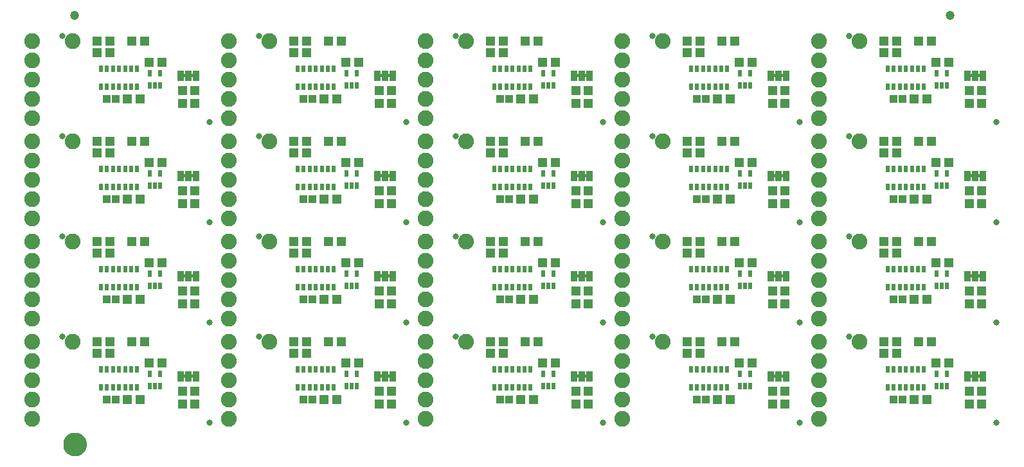
<source format=gbs>
G75*
%MOIN*%
%OFA0B0*%
%FSLAX25Y25*%
%IPPOS*%
%LPD*%
%AMOC8*
5,1,8,0,0,1.08239X$1,22.5*
%
%ADD10R,0.02375X0.03753*%
%ADD11R,0.02178X0.03753*%
%ADD12R,0.05131X0.04737*%
%ADD13R,0.04146X0.04343*%
%ADD14C,0.08200*%
%ADD15R,0.04737X0.05131*%
%ADD16R,0.03300X0.05800*%
%ADD17C,0.00500*%
%ADD18C,0.03300*%
%ADD19C,0.04737*%
%ADD20C,0.05000*%
%ADD21C,0.06706*%
D10*
X0094791Y0050502D03*
X0097350Y0050502D03*
X0099909Y0050502D03*
X0099909Y0056998D03*
X0094791Y0056998D03*
X0094791Y0102502D03*
X0097350Y0102502D03*
X0099909Y0102502D03*
X0099909Y0108998D03*
X0094791Y0108998D03*
X0094791Y0154502D03*
X0097350Y0154502D03*
X0099909Y0154502D03*
X0099909Y0160998D03*
X0094791Y0160998D03*
X0094791Y0206502D03*
X0097350Y0206502D03*
X0099909Y0206502D03*
X0099909Y0212998D03*
X0094791Y0212998D03*
X0196791Y0212998D03*
X0201909Y0212998D03*
X0201909Y0206502D03*
X0199350Y0206502D03*
X0196791Y0206502D03*
X0196791Y0160998D03*
X0201909Y0160998D03*
X0201909Y0154502D03*
X0199350Y0154502D03*
X0196791Y0154502D03*
X0196791Y0108998D03*
X0201909Y0108998D03*
X0201909Y0102502D03*
X0199350Y0102502D03*
X0196791Y0102502D03*
X0196791Y0056998D03*
X0201909Y0056998D03*
X0201909Y0050502D03*
X0199350Y0050502D03*
X0196791Y0050502D03*
X0298791Y0050502D03*
X0301350Y0050502D03*
X0303909Y0050502D03*
X0303909Y0056998D03*
X0298791Y0056998D03*
X0298791Y0102502D03*
X0301350Y0102502D03*
X0303909Y0102502D03*
X0303909Y0108998D03*
X0298791Y0108998D03*
X0298791Y0154502D03*
X0301350Y0154502D03*
X0303909Y0154502D03*
X0303909Y0160998D03*
X0298791Y0160998D03*
X0298791Y0206502D03*
X0301350Y0206502D03*
X0303909Y0206502D03*
X0303909Y0212998D03*
X0298791Y0212998D03*
X0400791Y0212998D03*
X0405909Y0212998D03*
X0405909Y0206502D03*
X0403350Y0206502D03*
X0400791Y0206502D03*
X0400791Y0160998D03*
X0405909Y0160998D03*
X0405909Y0154502D03*
X0403350Y0154502D03*
X0400791Y0154502D03*
X0400791Y0108998D03*
X0405909Y0108998D03*
X0405909Y0102502D03*
X0403350Y0102502D03*
X0400791Y0102502D03*
X0400791Y0056998D03*
X0405909Y0056998D03*
X0405909Y0050502D03*
X0403350Y0050502D03*
X0400791Y0050502D03*
X0502791Y0050502D03*
X0505350Y0050502D03*
X0507909Y0050502D03*
X0507909Y0056998D03*
X0502791Y0056998D03*
X0502791Y0102502D03*
X0505350Y0102502D03*
X0507909Y0102502D03*
X0507909Y0108998D03*
X0502791Y0108998D03*
X0502791Y0154502D03*
X0505350Y0154502D03*
X0507909Y0154502D03*
X0507909Y0160998D03*
X0502791Y0160998D03*
X0502791Y0206502D03*
X0505350Y0206502D03*
X0507909Y0206502D03*
X0507909Y0212998D03*
X0502791Y0212998D03*
D11*
X0496164Y0215445D03*
X0493015Y0215445D03*
X0489865Y0215445D03*
X0486715Y0215445D03*
X0483566Y0215445D03*
X0480416Y0215445D03*
X0477266Y0215445D03*
X0477266Y0205996D03*
X0480416Y0205996D03*
X0483566Y0205996D03*
X0486715Y0205996D03*
X0489865Y0205996D03*
X0493015Y0205996D03*
X0496164Y0205996D03*
X0496164Y0163445D03*
X0493015Y0163445D03*
X0489865Y0163445D03*
X0486715Y0163445D03*
X0483566Y0163445D03*
X0480416Y0163445D03*
X0477266Y0163445D03*
X0477266Y0153996D03*
X0480416Y0153996D03*
X0483566Y0153996D03*
X0486715Y0153996D03*
X0489865Y0153996D03*
X0493015Y0153996D03*
X0496164Y0153996D03*
X0496164Y0111445D03*
X0493015Y0111445D03*
X0489865Y0111445D03*
X0486715Y0111445D03*
X0483566Y0111445D03*
X0480416Y0111445D03*
X0477266Y0111445D03*
X0477266Y0101996D03*
X0480416Y0101996D03*
X0483566Y0101996D03*
X0486715Y0101996D03*
X0489865Y0101996D03*
X0493015Y0101996D03*
X0496164Y0101996D03*
X0496164Y0059445D03*
X0493015Y0059445D03*
X0489865Y0059445D03*
X0486715Y0059445D03*
X0483566Y0059445D03*
X0480416Y0059445D03*
X0477266Y0059445D03*
X0477266Y0049996D03*
X0480416Y0049996D03*
X0483566Y0049996D03*
X0486715Y0049996D03*
X0489865Y0049996D03*
X0493015Y0049996D03*
X0496164Y0049996D03*
X0394164Y0049996D03*
X0391015Y0049996D03*
X0387865Y0049996D03*
X0384715Y0049996D03*
X0381566Y0049996D03*
X0378416Y0049996D03*
X0375266Y0049996D03*
X0375266Y0059445D03*
X0378416Y0059445D03*
X0381566Y0059445D03*
X0384715Y0059445D03*
X0387865Y0059445D03*
X0391015Y0059445D03*
X0394164Y0059445D03*
X0394164Y0101996D03*
X0391015Y0101996D03*
X0387865Y0101996D03*
X0384715Y0101996D03*
X0381566Y0101996D03*
X0378416Y0101996D03*
X0375266Y0101996D03*
X0375266Y0111445D03*
X0378416Y0111445D03*
X0381566Y0111445D03*
X0384715Y0111445D03*
X0387865Y0111445D03*
X0391015Y0111445D03*
X0394164Y0111445D03*
X0394164Y0153996D03*
X0391015Y0153996D03*
X0387865Y0153996D03*
X0384715Y0153996D03*
X0381566Y0153996D03*
X0378416Y0153996D03*
X0375266Y0153996D03*
X0375266Y0163445D03*
X0378416Y0163445D03*
X0381566Y0163445D03*
X0384715Y0163445D03*
X0387865Y0163445D03*
X0391015Y0163445D03*
X0394164Y0163445D03*
X0394164Y0205996D03*
X0391015Y0205996D03*
X0387865Y0205996D03*
X0384715Y0205996D03*
X0381566Y0205996D03*
X0378416Y0205996D03*
X0375266Y0205996D03*
X0375266Y0215445D03*
X0378416Y0215445D03*
X0381566Y0215445D03*
X0384715Y0215445D03*
X0387865Y0215445D03*
X0391015Y0215445D03*
X0394164Y0215445D03*
X0292164Y0215445D03*
X0289015Y0215445D03*
X0285865Y0215445D03*
X0282715Y0215445D03*
X0279566Y0215445D03*
X0276416Y0215445D03*
X0273266Y0215445D03*
X0273266Y0205996D03*
X0276416Y0205996D03*
X0279566Y0205996D03*
X0282715Y0205996D03*
X0285865Y0205996D03*
X0289015Y0205996D03*
X0292164Y0205996D03*
X0292164Y0163445D03*
X0289015Y0163445D03*
X0285865Y0163445D03*
X0282715Y0163445D03*
X0279566Y0163445D03*
X0276416Y0163445D03*
X0273266Y0163445D03*
X0273266Y0153996D03*
X0276416Y0153996D03*
X0279566Y0153996D03*
X0282715Y0153996D03*
X0285865Y0153996D03*
X0289015Y0153996D03*
X0292164Y0153996D03*
X0292164Y0111445D03*
X0289015Y0111445D03*
X0285865Y0111445D03*
X0282715Y0111445D03*
X0279566Y0111445D03*
X0276416Y0111445D03*
X0273266Y0111445D03*
X0273266Y0101996D03*
X0276416Y0101996D03*
X0279566Y0101996D03*
X0282715Y0101996D03*
X0285865Y0101996D03*
X0289015Y0101996D03*
X0292164Y0101996D03*
X0292164Y0059445D03*
X0289015Y0059445D03*
X0285865Y0059445D03*
X0282715Y0059445D03*
X0279566Y0059445D03*
X0276416Y0059445D03*
X0273266Y0059445D03*
X0273266Y0049996D03*
X0276416Y0049996D03*
X0279566Y0049996D03*
X0282715Y0049996D03*
X0285865Y0049996D03*
X0289015Y0049996D03*
X0292164Y0049996D03*
X0190164Y0049996D03*
X0187015Y0049996D03*
X0183865Y0049996D03*
X0180715Y0049996D03*
X0177566Y0049996D03*
X0174416Y0049996D03*
X0171266Y0049996D03*
X0171266Y0059445D03*
X0174416Y0059445D03*
X0177566Y0059445D03*
X0180715Y0059445D03*
X0183865Y0059445D03*
X0187015Y0059445D03*
X0190164Y0059445D03*
X0190164Y0101996D03*
X0187015Y0101996D03*
X0183865Y0101996D03*
X0180715Y0101996D03*
X0177566Y0101996D03*
X0174416Y0101996D03*
X0171266Y0101996D03*
X0171266Y0111445D03*
X0174416Y0111445D03*
X0177566Y0111445D03*
X0180715Y0111445D03*
X0183865Y0111445D03*
X0187015Y0111445D03*
X0190164Y0111445D03*
X0190164Y0153996D03*
X0187015Y0153996D03*
X0183865Y0153996D03*
X0180715Y0153996D03*
X0177566Y0153996D03*
X0174416Y0153996D03*
X0171266Y0153996D03*
X0171266Y0163445D03*
X0174416Y0163445D03*
X0177566Y0163445D03*
X0180715Y0163445D03*
X0183865Y0163445D03*
X0187015Y0163445D03*
X0190164Y0163445D03*
X0190164Y0205996D03*
X0187015Y0205996D03*
X0183865Y0205996D03*
X0180715Y0205996D03*
X0177566Y0205996D03*
X0174416Y0205996D03*
X0171266Y0205996D03*
X0171266Y0215445D03*
X0174416Y0215445D03*
X0177566Y0215445D03*
X0180715Y0215445D03*
X0183865Y0215445D03*
X0187015Y0215445D03*
X0190164Y0215445D03*
X0088164Y0215445D03*
X0085015Y0215445D03*
X0081865Y0215445D03*
X0078715Y0215445D03*
X0075566Y0215445D03*
X0072416Y0215445D03*
X0069266Y0215445D03*
X0069266Y0205996D03*
X0072416Y0205996D03*
X0075566Y0205996D03*
X0078715Y0205996D03*
X0081865Y0205996D03*
X0085015Y0205996D03*
X0088164Y0205996D03*
X0088164Y0163445D03*
X0085015Y0163445D03*
X0081865Y0163445D03*
X0078715Y0163445D03*
X0075566Y0163445D03*
X0072416Y0163445D03*
X0069266Y0163445D03*
X0069266Y0153996D03*
X0072416Y0153996D03*
X0075566Y0153996D03*
X0078715Y0153996D03*
X0081865Y0153996D03*
X0085015Y0153996D03*
X0088164Y0153996D03*
X0088164Y0111445D03*
X0085015Y0111445D03*
X0081865Y0111445D03*
X0078715Y0111445D03*
X0075566Y0111445D03*
X0072416Y0111445D03*
X0069266Y0111445D03*
X0069266Y0101996D03*
X0072416Y0101996D03*
X0075566Y0101996D03*
X0078715Y0101996D03*
X0081865Y0101996D03*
X0085015Y0101996D03*
X0088164Y0101996D03*
X0088164Y0059445D03*
X0085015Y0059445D03*
X0081865Y0059445D03*
X0078715Y0059445D03*
X0075566Y0059445D03*
X0072416Y0059445D03*
X0069266Y0059445D03*
X0069266Y0049996D03*
X0072416Y0049996D03*
X0075566Y0049996D03*
X0078715Y0049996D03*
X0081865Y0049996D03*
X0085015Y0049996D03*
X0088164Y0049996D03*
D12*
X0089666Y0043560D03*
X0082974Y0043560D03*
X0094404Y0062750D03*
X0101096Y0062750D03*
X0092096Y0073750D03*
X0085404Y0073750D03*
X0074096Y0073750D03*
X0067404Y0073750D03*
X0067404Y0067750D03*
X0074096Y0067750D03*
X0082974Y0095560D03*
X0089666Y0095560D03*
X0094404Y0114750D03*
X0101096Y0114750D03*
X0092096Y0125750D03*
X0085404Y0125750D03*
X0074096Y0125750D03*
X0067404Y0125750D03*
X0067404Y0119750D03*
X0074096Y0119750D03*
X0082974Y0147560D03*
X0089666Y0147560D03*
X0094404Y0166750D03*
X0101096Y0166750D03*
X0092096Y0177750D03*
X0085404Y0177750D03*
X0074096Y0177750D03*
X0067404Y0177750D03*
X0067404Y0171750D03*
X0074096Y0171750D03*
X0082974Y0199560D03*
X0089666Y0199560D03*
X0094404Y0218750D03*
X0101096Y0218750D03*
X0092096Y0229750D03*
X0085404Y0229750D03*
X0074096Y0229750D03*
X0067404Y0229750D03*
X0067404Y0223750D03*
X0074096Y0223750D03*
X0169404Y0223750D03*
X0176096Y0223750D03*
X0176096Y0229750D03*
X0169404Y0229750D03*
X0187404Y0229750D03*
X0194096Y0229750D03*
X0196404Y0218750D03*
X0203096Y0218750D03*
X0191666Y0199560D03*
X0184974Y0199560D03*
X0187404Y0177750D03*
X0194096Y0177750D03*
X0176096Y0177750D03*
X0169404Y0177750D03*
X0169404Y0171750D03*
X0176096Y0171750D03*
X0196404Y0166750D03*
X0203096Y0166750D03*
X0191666Y0147560D03*
X0184974Y0147560D03*
X0187404Y0125750D03*
X0194096Y0125750D03*
X0176096Y0125750D03*
X0169404Y0125750D03*
X0169404Y0119750D03*
X0176096Y0119750D03*
X0196404Y0114750D03*
X0203096Y0114750D03*
X0191666Y0095560D03*
X0184974Y0095560D03*
X0187404Y0073750D03*
X0194096Y0073750D03*
X0176096Y0073750D03*
X0169404Y0073750D03*
X0169404Y0067750D03*
X0176096Y0067750D03*
X0196404Y0062750D03*
X0203096Y0062750D03*
X0191666Y0043560D03*
X0184974Y0043560D03*
X0271404Y0067750D03*
X0278096Y0067750D03*
X0278096Y0073750D03*
X0271404Y0073750D03*
X0289404Y0073750D03*
X0296096Y0073750D03*
X0298404Y0062750D03*
X0305096Y0062750D03*
X0293666Y0043560D03*
X0286974Y0043560D03*
X0373404Y0067750D03*
X0380096Y0067750D03*
X0380096Y0073750D03*
X0373404Y0073750D03*
X0391404Y0073750D03*
X0398096Y0073750D03*
X0400404Y0062750D03*
X0407096Y0062750D03*
X0395666Y0043560D03*
X0388974Y0043560D03*
X0475404Y0067750D03*
X0482096Y0067750D03*
X0482096Y0073750D03*
X0475404Y0073750D03*
X0493404Y0073750D03*
X0500096Y0073750D03*
X0502404Y0062750D03*
X0509096Y0062750D03*
X0497666Y0043560D03*
X0490974Y0043560D03*
X0490974Y0095560D03*
X0497666Y0095560D03*
X0502404Y0114750D03*
X0509096Y0114750D03*
X0500096Y0125750D03*
X0493404Y0125750D03*
X0482096Y0125750D03*
X0475404Y0125750D03*
X0475404Y0119750D03*
X0482096Y0119750D03*
X0490974Y0147560D03*
X0497666Y0147560D03*
X0502404Y0166750D03*
X0509096Y0166750D03*
X0500096Y0177750D03*
X0493404Y0177750D03*
X0482096Y0177750D03*
X0475404Y0177750D03*
X0475404Y0171750D03*
X0482096Y0171750D03*
X0490974Y0199560D03*
X0497666Y0199560D03*
X0502404Y0218750D03*
X0509096Y0218750D03*
X0500096Y0229750D03*
X0493404Y0229750D03*
X0482096Y0229750D03*
X0475404Y0229750D03*
X0475404Y0223750D03*
X0482096Y0223750D03*
X0407096Y0218750D03*
X0400404Y0218750D03*
X0398096Y0229750D03*
X0391404Y0229750D03*
X0380096Y0229750D03*
X0373404Y0229750D03*
X0373404Y0223750D03*
X0380096Y0223750D03*
X0388974Y0199560D03*
X0395666Y0199560D03*
X0398096Y0177750D03*
X0391404Y0177750D03*
X0380096Y0177750D03*
X0373404Y0177750D03*
X0373404Y0171750D03*
X0380096Y0171750D03*
X0400404Y0166750D03*
X0407096Y0166750D03*
X0395666Y0147560D03*
X0388974Y0147560D03*
X0391404Y0125750D03*
X0398096Y0125750D03*
X0380096Y0125750D03*
X0373404Y0125750D03*
X0373404Y0119750D03*
X0380096Y0119750D03*
X0400404Y0114750D03*
X0407096Y0114750D03*
X0395666Y0095560D03*
X0388974Y0095560D03*
X0305096Y0114750D03*
X0298404Y0114750D03*
X0278096Y0119750D03*
X0271404Y0119750D03*
X0271404Y0125750D03*
X0278096Y0125750D03*
X0289404Y0125750D03*
X0296096Y0125750D03*
X0293666Y0147560D03*
X0286974Y0147560D03*
X0298404Y0166750D03*
X0305096Y0166750D03*
X0296096Y0177750D03*
X0289404Y0177750D03*
X0278096Y0177750D03*
X0271404Y0177750D03*
X0271404Y0171750D03*
X0278096Y0171750D03*
X0286974Y0199560D03*
X0293666Y0199560D03*
X0298404Y0218750D03*
X0305096Y0218750D03*
X0296096Y0229750D03*
X0289404Y0229750D03*
X0278096Y0229750D03*
X0271404Y0229750D03*
X0271404Y0223750D03*
X0278096Y0223750D03*
X0286974Y0095560D03*
X0293666Y0095560D03*
D13*
X0281033Y0095750D03*
X0276467Y0095750D03*
X0179033Y0095750D03*
X0174467Y0095750D03*
X0077033Y0095750D03*
X0072467Y0095750D03*
X0072467Y0043750D03*
X0077033Y0043750D03*
X0174467Y0043750D03*
X0179033Y0043750D03*
X0276467Y0043750D03*
X0281033Y0043750D03*
X0378467Y0043750D03*
X0383033Y0043750D03*
X0480467Y0043750D03*
X0485033Y0043750D03*
X0485033Y0095750D03*
X0480467Y0095750D03*
X0383033Y0095750D03*
X0378467Y0095750D03*
X0378467Y0147750D03*
X0383033Y0147750D03*
X0480467Y0147750D03*
X0485033Y0147750D03*
X0485033Y0199750D03*
X0480467Y0199750D03*
X0383033Y0199750D03*
X0378467Y0199750D03*
X0281033Y0199750D03*
X0276467Y0199750D03*
X0179033Y0199750D03*
X0174467Y0199750D03*
X0077033Y0199750D03*
X0072467Y0199750D03*
X0072467Y0147750D03*
X0077033Y0147750D03*
X0174467Y0147750D03*
X0179033Y0147750D03*
X0276467Y0147750D03*
X0281033Y0147750D03*
D14*
X0237750Y0147750D03*
X0237750Y0137750D03*
X0237750Y0125750D03*
X0237750Y0115750D03*
X0258750Y0125750D03*
X0237750Y0105750D03*
X0237750Y0095750D03*
X0237750Y0085750D03*
X0237750Y0073750D03*
X0237750Y0063750D03*
X0258750Y0073750D03*
X0237750Y0053750D03*
X0237750Y0043750D03*
X0237750Y0033750D03*
X0156750Y0073750D03*
X0135750Y0073750D03*
X0135750Y0063750D03*
X0135750Y0053750D03*
X0135750Y0043750D03*
X0135750Y0033750D03*
X0054750Y0073750D03*
X0033750Y0073750D03*
X0033750Y0063750D03*
X0033750Y0053750D03*
X0033750Y0043750D03*
X0033750Y0033750D03*
X0033750Y0085750D03*
X0033750Y0095750D03*
X0033750Y0105750D03*
X0033750Y0115750D03*
X0033750Y0125750D03*
X0054750Y0125750D03*
X0033750Y0137750D03*
X0033750Y0147750D03*
X0033750Y0157750D03*
X0033750Y0167750D03*
X0033750Y0177750D03*
X0054750Y0177750D03*
X0033750Y0189750D03*
X0033750Y0199750D03*
X0033750Y0209750D03*
X0033750Y0219750D03*
X0033750Y0229750D03*
X0054750Y0229750D03*
X0135750Y0229750D03*
X0135750Y0219750D03*
X0135750Y0209750D03*
X0135750Y0199750D03*
X0135750Y0189750D03*
X0135750Y0177750D03*
X0135750Y0167750D03*
X0135750Y0157750D03*
X0135750Y0147750D03*
X0135750Y0137750D03*
X0135750Y0125750D03*
X0135750Y0115750D03*
X0156750Y0125750D03*
X0135750Y0105750D03*
X0135750Y0095750D03*
X0135750Y0085750D03*
X0237750Y0157750D03*
X0237750Y0167750D03*
X0237750Y0177750D03*
X0258750Y0177750D03*
X0237750Y0189750D03*
X0237750Y0199750D03*
X0237750Y0209750D03*
X0237750Y0219750D03*
X0237750Y0229750D03*
X0258750Y0229750D03*
X0339750Y0229750D03*
X0339750Y0219750D03*
X0339750Y0209750D03*
X0339750Y0199750D03*
X0339750Y0189750D03*
X0339750Y0177750D03*
X0339750Y0167750D03*
X0339750Y0157750D03*
X0339750Y0147750D03*
X0339750Y0137750D03*
X0339750Y0125750D03*
X0339750Y0115750D03*
X0360750Y0125750D03*
X0339750Y0105750D03*
X0339750Y0095750D03*
X0339750Y0085750D03*
X0339750Y0073750D03*
X0339750Y0063750D03*
X0360750Y0073750D03*
X0339750Y0053750D03*
X0339750Y0043750D03*
X0339750Y0033750D03*
X0441750Y0033750D03*
X0441750Y0043750D03*
X0441750Y0053750D03*
X0441750Y0063750D03*
X0441750Y0073750D03*
X0462750Y0073750D03*
X0441750Y0085750D03*
X0441750Y0095750D03*
X0441750Y0105750D03*
X0441750Y0115750D03*
X0441750Y0125750D03*
X0462750Y0125750D03*
X0441750Y0137750D03*
X0441750Y0147750D03*
X0441750Y0157750D03*
X0441750Y0167750D03*
X0441750Y0177750D03*
X0462750Y0177750D03*
X0441750Y0189750D03*
X0441750Y0199750D03*
X0441750Y0209750D03*
X0441750Y0219750D03*
X0441750Y0229750D03*
X0462750Y0229750D03*
X0360750Y0229750D03*
X0360750Y0177750D03*
X0156750Y0177750D03*
X0156750Y0229750D03*
D15*
X0118050Y0204096D03*
X0111650Y0204096D03*
X0111650Y0197404D03*
X0118050Y0197404D03*
X0118050Y0152096D03*
X0111650Y0152096D03*
X0111650Y0145404D03*
X0118050Y0145404D03*
X0118050Y0100096D03*
X0111650Y0100096D03*
X0111650Y0093404D03*
X0118050Y0093404D03*
X0118050Y0048096D03*
X0111650Y0048096D03*
X0111650Y0041404D03*
X0118050Y0041404D03*
X0213650Y0041404D03*
X0220050Y0041404D03*
X0220050Y0048096D03*
X0213650Y0048096D03*
X0213650Y0093404D03*
X0220050Y0093404D03*
X0220050Y0100096D03*
X0213650Y0100096D03*
X0213650Y0145404D03*
X0220050Y0145404D03*
X0220050Y0152096D03*
X0213650Y0152096D03*
X0213650Y0197404D03*
X0220050Y0197404D03*
X0220050Y0204096D03*
X0213650Y0204096D03*
X0315650Y0204096D03*
X0322050Y0204096D03*
X0322050Y0197404D03*
X0315650Y0197404D03*
X0315650Y0152096D03*
X0322050Y0152096D03*
X0322050Y0145404D03*
X0315650Y0145404D03*
X0315650Y0100096D03*
X0322050Y0100096D03*
X0322050Y0093404D03*
X0315650Y0093404D03*
X0315650Y0048096D03*
X0322050Y0048096D03*
X0322050Y0041404D03*
X0315650Y0041404D03*
X0417650Y0041404D03*
X0424050Y0041404D03*
X0424050Y0048096D03*
X0417650Y0048096D03*
X0417650Y0093404D03*
X0424050Y0093404D03*
X0424050Y0100096D03*
X0417650Y0100096D03*
X0417650Y0145404D03*
X0424050Y0145404D03*
X0424050Y0152096D03*
X0417650Y0152096D03*
X0417650Y0197404D03*
X0424050Y0197404D03*
X0424050Y0204096D03*
X0417650Y0204096D03*
X0519650Y0204096D03*
X0526050Y0204096D03*
X0526050Y0197404D03*
X0519650Y0197404D03*
X0519650Y0152096D03*
X0526050Y0152096D03*
X0526050Y0145404D03*
X0519650Y0145404D03*
X0519650Y0100096D03*
X0526050Y0100096D03*
X0526050Y0093404D03*
X0519650Y0093404D03*
X0519650Y0048096D03*
X0526050Y0048096D03*
X0526050Y0041404D03*
X0519650Y0041404D03*
D16*
X0518750Y0055750D03*
X0522750Y0055750D03*
X0526750Y0055750D03*
X0424750Y0055750D03*
X0420750Y0055750D03*
X0416750Y0055750D03*
X0322750Y0055750D03*
X0318750Y0055750D03*
X0314750Y0055750D03*
X0220750Y0055750D03*
X0216750Y0055750D03*
X0212750Y0055750D03*
X0118750Y0055750D03*
X0114750Y0055750D03*
X0110750Y0055750D03*
X0110750Y0107750D03*
X0114750Y0107750D03*
X0118750Y0107750D03*
X0212750Y0107750D03*
X0216750Y0107750D03*
X0220750Y0107750D03*
X0314750Y0107750D03*
X0318750Y0107750D03*
X0322750Y0107750D03*
X0416750Y0107750D03*
X0420750Y0107750D03*
X0424750Y0107750D03*
X0518750Y0107750D03*
X0522750Y0107750D03*
X0526750Y0107750D03*
X0526750Y0159750D03*
X0522750Y0159750D03*
X0518750Y0159750D03*
X0424750Y0159750D03*
X0420750Y0159750D03*
X0416750Y0159750D03*
X0322750Y0159750D03*
X0318750Y0159750D03*
X0314750Y0159750D03*
X0220750Y0159750D03*
X0216750Y0159750D03*
X0212750Y0159750D03*
X0118750Y0159750D03*
X0114750Y0159750D03*
X0110750Y0159750D03*
X0110750Y0211750D03*
X0114750Y0211750D03*
X0118750Y0211750D03*
X0212750Y0211750D03*
X0216750Y0211750D03*
X0220750Y0211750D03*
X0314750Y0211750D03*
X0318750Y0211750D03*
X0322750Y0211750D03*
X0416750Y0211750D03*
X0420750Y0211750D03*
X0424750Y0211750D03*
X0518750Y0211750D03*
X0522750Y0211750D03*
X0526750Y0211750D03*
D17*
X0525500Y0211704D02*
X0520000Y0211704D01*
X0520000Y0211250D02*
X0525500Y0211250D01*
X0525500Y0212250D01*
X0520000Y0212250D01*
X0520000Y0211250D01*
X0520000Y0212202D02*
X0525500Y0212202D01*
X0423500Y0212202D02*
X0418000Y0212202D01*
X0418000Y0212250D02*
X0418000Y0211250D01*
X0423500Y0211250D01*
X0423500Y0212250D01*
X0418000Y0212250D01*
X0418000Y0211704D02*
X0423500Y0211704D01*
X0321500Y0211704D02*
X0316000Y0211704D01*
X0316000Y0211250D02*
X0321500Y0211250D01*
X0321500Y0212250D01*
X0316000Y0212250D01*
X0316000Y0211250D01*
X0316000Y0212202D02*
X0321500Y0212202D01*
X0219500Y0212202D02*
X0214000Y0212202D01*
X0214000Y0212250D02*
X0214000Y0211250D01*
X0219500Y0211250D01*
X0219500Y0212250D01*
X0214000Y0212250D01*
X0214000Y0211704D02*
X0219500Y0211704D01*
X0117500Y0211704D02*
X0112000Y0211704D01*
X0112000Y0211250D02*
X0117500Y0211250D01*
X0117500Y0212250D01*
X0112000Y0212250D01*
X0112000Y0211250D01*
X0112000Y0212202D02*
X0117500Y0212202D01*
X0117500Y0160250D02*
X0112000Y0160250D01*
X0112000Y0159250D01*
X0117500Y0159250D01*
X0117500Y0160250D01*
X0117500Y0159858D02*
X0112000Y0159858D01*
X0112000Y0159360D02*
X0117500Y0159360D01*
X0214000Y0159360D02*
X0219500Y0159360D01*
X0219500Y0159250D02*
X0219500Y0160250D01*
X0214000Y0160250D01*
X0214000Y0159250D01*
X0219500Y0159250D01*
X0219500Y0159858D02*
X0214000Y0159858D01*
X0316000Y0159858D02*
X0321500Y0159858D01*
X0321500Y0160250D02*
X0321500Y0159250D01*
X0316000Y0159250D01*
X0316000Y0160250D01*
X0321500Y0160250D01*
X0321500Y0159360D02*
X0316000Y0159360D01*
X0418000Y0159360D02*
X0423500Y0159360D01*
X0423500Y0159250D02*
X0423500Y0160250D01*
X0418000Y0160250D01*
X0418000Y0159250D01*
X0423500Y0159250D01*
X0423500Y0159858D02*
X0418000Y0159858D01*
X0520000Y0159858D02*
X0525500Y0159858D01*
X0525500Y0160250D02*
X0525500Y0159250D01*
X0520000Y0159250D01*
X0520000Y0160250D01*
X0525500Y0160250D01*
X0525500Y0159360D02*
X0520000Y0159360D01*
X0520000Y0108250D02*
X0520000Y0107250D01*
X0525500Y0107250D01*
X0525500Y0108250D01*
X0520000Y0108250D01*
X0520000Y0108013D02*
X0525500Y0108013D01*
X0525500Y0107515D02*
X0520000Y0107515D01*
X0423500Y0107515D02*
X0418000Y0107515D01*
X0418000Y0107250D02*
X0423500Y0107250D01*
X0423500Y0108250D01*
X0418000Y0108250D01*
X0418000Y0107250D01*
X0418000Y0108013D02*
X0423500Y0108013D01*
X0321500Y0108013D02*
X0316000Y0108013D01*
X0316000Y0108250D02*
X0316000Y0107250D01*
X0321500Y0107250D01*
X0321500Y0108250D01*
X0316000Y0108250D01*
X0316000Y0107515D02*
X0321500Y0107515D01*
X0219500Y0107515D02*
X0214000Y0107515D01*
X0214000Y0107250D02*
X0219500Y0107250D01*
X0219500Y0108250D01*
X0214000Y0108250D01*
X0214000Y0107250D01*
X0214000Y0108013D02*
X0219500Y0108013D01*
X0117500Y0108013D02*
X0112000Y0108013D01*
X0112000Y0108250D02*
X0112000Y0107250D01*
X0117500Y0107250D01*
X0117500Y0108250D01*
X0112000Y0108250D01*
X0112000Y0107515D02*
X0117500Y0107515D01*
X0117500Y0056250D02*
X0112000Y0056250D01*
X0112000Y0055250D01*
X0117500Y0055250D01*
X0117500Y0056250D01*
X0117500Y0056168D02*
X0112000Y0056168D01*
X0112000Y0055670D02*
X0117500Y0055670D01*
X0214000Y0055670D02*
X0219500Y0055670D01*
X0219500Y0055250D02*
X0219500Y0056250D01*
X0214000Y0056250D01*
X0214000Y0055250D01*
X0219500Y0055250D01*
X0219500Y0056168D02*
X0214000Y0056168D01*
X0316000Y0056168D02*
X0321500Y0056168D01*
X0321500Y0056250D02*
X0321500Y0055250D01*
X0316000Y0055250D01*
X0316000Y0056250D01*
X0321500Y0056250D01*
X0321500Y0055670D02*
X0316000Y0055670D01*
X0418000Y0055670D02*
X0423500Y0055670D01*
X0423500Y0055250D02*
X0423500Y0056250D01*
X0418000Y0056250D01*
X0418000Y0055250D01*
X0423500Y0055250D01*
X0423500Y0056168D02*
X0418000Y0056168D01*
X0520000Y0056168D02*
X0525500Y0056168D01*
X0525500Y0056250D02*
X0525500Y0055250D01*
X0520000Y0055250D01*
X0520000Y0056250D01*
X0525500Y0056250D01*
X0525500Y0055670D02*
X0520000Y0055670D01*
D18*
X0533750Y0031750D03*
X0457470Y0076320D03*
X0431750Y0083750D03*
X0355470Y0076320D03*
X0329750Y0083750D03*
X0253470Y0076320D03*
X0227750Y0083750D03*
X0151470Y0076320D03*
X0125750Y0083750D03*
X0049470Y0076320D03*
X0125750Y0031750D03*
X0227750Y0031750D03*
X0329750Y0031750D03*
X0431750Y0031750D03*
X0533750Y0083750D03*
X0457470Y0128320D03*
X0431750Y0135750D03*
X0355470Y0128320D03*
X0329750Y0135750D03*
X0253470Y0128320D03*
X0227750Y0135750D03*
X0151470Y0128320D03*
X0125750Y0135750D03*
X0049470Y0128320D03*
X0049470Y0180320D03*
X0125750Y0187750D03*
X0151470Y0180320D03*
X0227750Y0187750D03*
X0253470Y0180320D03*
X0329750Y0187750D03*
X0355470Y0180320D03*
X0431750Y0187750D03*
X0457470Y0180320D03*
X0533750Y0187750D03*
X0457470Y0232320D03*
X0355470Y0232320D03*
X0253470Y0232320D03*
X0151470Y0232320D03*
X0049470Y0232320D03*
X0533750Y0135750D03*
D19*
X0509750Y0243000D03*
X0055750Y0243000D03*
D20*
X0052185Y0020500D02*
X0052187Y0020619D01*
X0052193Y0020738D01*
X0052203Y0020857D01*
X0052217Y0020975D01*
X0052235Y0021093D01*
X0052256Y0021210D01*
X0052282Y0021326D01*
X0052312Y0021442D01*
X0052345Y0021556D01*
X0052382Y0021669D01*
X0052423Y0021781D01*
X0052468Y0021892D01*
X0052516Y0022001D01*
X0052568Y0022108D01*
X0052624Y0022213D01*
X0052683Y0022317D01*
X0052745Y0022418D01*
X0052811Y0022518D01*
X0052880Y0022615D01*
X0052952Y0022709D01*
X0053028Y0022802D01*
X0053106Y0022891D01*
X0053187Y0022978D01*
X0053272Y0023063D01*
X0053359Y0023144D01*
X0053448Y0023222D01*
X0053541Y0023298D01*
X0053635Y0023370D01*
X0053732Y0023439D01*
X0053832Y0023505D01*
X0053933Y0023567D01*
X0054037Y0023626D01*
X0054142Y0023682D01*
X0054249Y0023734D01*
X0054358Y0023782D01*
X0054469Y0023827D01*
X0054581Y0023868D01*
X0054694Y0023905D01*
X0054808Y0023938D01*
X0054924Y0023968D01*
X0055040Y0023994D01*
X0055157Y0024015D01*
X0055275Y0024033D01*
X0055393Y0024047D01*
X0055512Y0024057D01*
X0055631Y0024063D01*
X0055750Y0024065D01*
X0055869Y0024063D01*
X0055988Y0024057D01*
X0056107Y0024047D01*
X0056225Y0024033D01*
X0056343Y0024015D01*
X0056460Y0023994D01*
X0056576Y0023968D01*
X0056692Y0023938D01*
X0056806Y0023905D01*
X0056919Y0023868D01*
X0057031Y0023827D01*
X0057142Y0023782D01*
X0057251Y0023734D01*
X0057358Y0023682D01*
X0057463Y0023626D01*
X0057567Y0023567D01*
X0057668Y0023505D01*
X0057768Y0023439D01*
X0057865Y0023370D01*
X0057959Y0023298D01*
X0058052Y0023222D01*
X0058141Y0023144D01*
X0058228Y0023063D01*
X0058313Y0022978D01*
X0058394Y0022891D01*
X0058472Y0022802D01*
X0058548Y0022709D01*
X0058620Y0022615D01*
X0058689Y0022518D01*
X0058755Y0022418D01*
X0058817Y0022317D01*
X0058876Y0022213D01*
X0058932Y0022108D01*
X0058984Y0022001D01*
X0059032Y0021892D01*
X0059077Y0021781D01*
X0059118Y0021669D01*
X0059155Y0021556D01*
X0059188Y0021442D01*
X0059218Y0021326D01*
X0059244Y0021210D01*
X0059265Y0021093D01*
X0059283Y0020975D01*
X0059297Y0020857D01*
X0059307Y0020738D01*
X0059313Y0020619D01*
X0059315Y0020500D01*
X0059313Y0020381D01*
X0059307Y0020262D01*
X0059297Y0020143D01*
X0059283Y0020025D01*
X0059265Y0019907D01*
X0059244Y0019790D01*
X0059218Y0019674D01*
X0059188Y0019558D01*
X0059155Y0019444D01*
X0059118Y0019331D01*
X0059077Y0019219D01*
X0059032Y0019108D01*
X0058984Y0018999D01*
X0058932Y0018892D01*
X0058876Y0018787D01*
X0058817Y0018683D01*
X0058755Y0018582D01*
X0058689Y0018482D01*
X0058620Y0018385D01*
X0058548Y0018291D01*
X0058472Y0018198D01*
X0058394Y0018109D01*
X0058313Y0018022D01*
X0058228Y0017937D01*
X0058141Y0017856D01*
X0058052Y0017778D01*
X0057959Y0017702D01*
X0057865Y0017630D01*
X0057768Y0017561D01*
X0057668Y0017495D01*
X0057567Y0017433D01*
X0057463Y0017374D01*
X0057358Y0017318D01*
X0057251Y0017266D01*
X0057142Y0017218D01*
X0057031Y0017173D01*
X0056919Y0017132D01*
X0056806Y0017095D01*
X0056692Y0017062D01*
X0056576Y0017032D01*
X0056460Y0017006D01*
X0056343Y0016985D01*
X0056225Y0016967D01*
X0056107Y0016953D01*
X0055988Y0016943D01*
X0055869Y0016937D01*
X0055750Y0016935D01*
X0055631Y0016937D01*
X0055512Y0016943D01*
X0055393Y0016953D01*
X0055275Y0016967D01*
X0055157Y0016985D01*
X0055040Y0017006D01*
X0054924Y0017032D01*
X0054808Y0017062D01*
X0054694Y0017095D01*
X0054581Y0017132D01*
X0054469Y0017173D01*
X0054358Y0017218D01*
X0054249Y0017266D01*
X0054142Y0017318D01*
X0054037Y0017374D01*
X0053933Y0017433D01*
X0053832Y0017495D01*
X0053732Y0017561D01*
X0053635Y0017630D01*
X0053541Y0017702D01*
X0053448Y0017778D01*
X0053359Y0017856D01*
X0053272Y0017937D01*
X0053187Y0018022D01*
X0053106Y0018109D01*
X0053028Y0018198D01*
X0052952Y0018291D01*
X0052880Y0018385D01*
X0052811Y0018482D01*
X0052745Y0018582D01*
X0052683Y0018683D01*
X0052624Y0018787D01*
X0052568Y0018892D01*
X0052516Y0018999D01*
X0052468Y0019108D01*
X0052423Y0019219D01*
X0052382Y0019331D01*
X0052345Y0019444D01*
X0052312Y0019558D01*
X0052282Y0019674D01*
X0052256Y0019790D01*
X0052235Y0019907D01*
X0052217Y0020025D01*
X0052203Y0020143D01*
X0052193Y0020262D01*
X0052187Y0020381D01*
X0052185Y0020500D01*
D21*
X0055750Y0020500D03*
M02*

</source>
